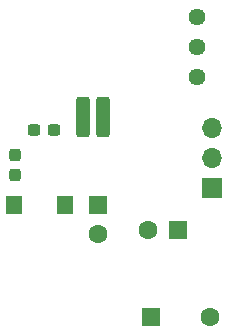
<source format=gbr>
%TF.GenerationSoftware,KiCad,Pcbnew,7.0.1*%
%TF.CreationDate,2023-06-01T20:44:39-07:00*%
%TF.ProjectId,LM2670SX-Carrier-SMD-inductor-ADJ,4c4d3236-3730-4535-982d-436172726965,rev?*%
%TF.SameCoordinates,Original*%
%TF.FileFunction,Soldermask,Bot*%
%TF.FilePolarity,Negative*%
%FSLAX46Y46*%
G04 Gerber Fmt 4.6, Leading zero omitted, Abs format (unit mm)*
G04 Created by KiCad (PCBNEW 7.0.1) date 2023-06-01 20:44:39*
%MOMM*%
%LPD*%
G01*
G04 APERTURE LIST*
G04 Aperture macros list*
%AMRoundRect*
0 Rectangle with rounded corners*
0 $1 Rounding radius*
0 $2 $3 $4 $5 $6 $7 $8 $9 X,Y pos of 4 corners*
0 Add a 4 corners polygon primitive as box body*
4,1,4,$2,$3,$4,$5,$6,$7,$8,$9,$2,$3,0*
0 Add four circle primitives for the rounded corners*
1,1,$1+$1,$2,$3*
1,1,$1+$1,$4,$5*
1,1,$1+$1,$6,$7*
1,1,$1+$1,$8,$9*
0 Add four rect primitives between the rounded corners*
20,1,$1+$1,$2,$3,$4,$5,0*
20,1,$1+$1,$4,$5,$6,$7,0*
20,1,$1+$1,$6,$7,$8,$9,0*
20,1,$1+$1,$8,$9,$2,$3,0*%
G04 Aperture macros list end*
%ADD10R,1.700000X1.700000*%
%ADD11O,1.700000X1.700000*%
%ADD12R,1.600000X1.600000*%
%ADD13C,1.600000*%
%ADD14C,1.440000*%
%ADD15RoundRect,0.250000X0.337500X1.450000X-0.337500X1.450000X-0.337500X-1.450000X0.337500X-1.450000X0*%
%ADD16R,1.450000X1.490000*%
%ADD17RoundRect,0.237500X-0.237500X0.300000X-0.237500X-0.300000X0.237500X-0.300000X0.237500X0.300000X0*%
%ADD18RoundRect,0.237500X0.300000X0.237500X-0.300000X0.237500X-0.300000X-0.237500X0.300000X-0.237500X0*%
G04 APERTURE END LIST*
D10*
%TO.C,J1*%
X188747700Y-101470200D03*
D11*
X188747700Y-98930200D03*
X188747700Y-96390200D03*
%TD*%
D12*
%TO.C,C2*%
X179156213Y-102879759D03*
D13*
X179156213Y-105379759D03*
%TD*%
D12*
%TO.C,C1*%
X185897552Y-105000951D03*
D13*
X183397552Y-105000951D03*
%TD*%
D12*
%TO.C,C5*%
X183607426Y-112364040D03*
D13*
X188607426Y-112364040D03*
%TD*%
D14*
%TO.C,RV2*%
X187506271Y-86965448D03*
X187506271Y-89505448D03*
X187506271Y-92045448D03*
%TD*%
D15*
%TO.C,R1*%
X179529660Y-95497996D03*
X177854660Y-95497996D03*
%TD*%
D16*
%TO.C,D2*%
X172019112Y-102934934D03*
X176369112Y-102934934D03*
%TD*%
D17*
%TO.C,C4*%
X172100988Y-98684801D03*
X172100988Y-100409801D03*
%TD*%
D18*
%TO.C,C3*%
X175432040Y-96590316D03*
X173707040Y-96590316D03*
%TD*%
M02*

</source>
